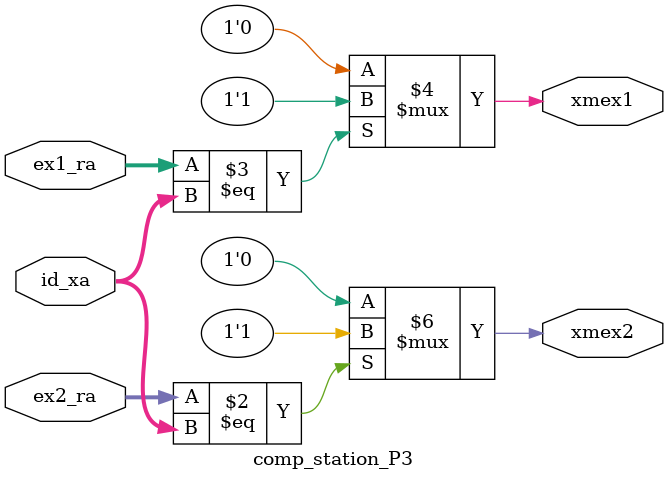
<source format=v>
 
`timescale 1 ns / 100 ps
module pc (en,clk,rstb,pco);
input en,clk,rstb;
output reg [7:0] pco;
always @ (posedge clk, negedge rstb)
if (rstb == 1'b0)
begin
    pco <= 0;
end 
else if (en)
begin
    pco <= pco + 1;
end
endmodule
//-------------------------
`timescale 1 ns / 100 ps
module ins_mem(a,d_out);
input [5:0]a;
output [31:0]d_out;
reg [31:0] memory [0:63];
assign d_out = memory[a];
endmodule
//-------------------------
`timescale 1 ns / 100 ps
module pipe_if_id_P1(rstb,clk,en,id_za,id_ya,id_xa,id_ra,run,instr_in,instr_out);
    input rstb,clk,en;
    input [31:0]instr_in;  output reg [31:0]instr_out;
    output reg [3:0] id_za,id_ya,id_xa,id_ra;
    output reg run;
    always @(posedge clk, negedge rstb)
	  begin
		if (rstb == 1'b0)
		  begin
			id_za<= 4'b0000;
			id_ya<= 4'b0000;
			id_xa<= 4'b0000;
			id_ra<= 4'b0000;
			run<= 0;
			instr_out <= 32'h00000000;
		  end
		else if (en)
		  begin
		   id_xa <= instr_in[3:0];
		   id_ya <= instr_in[7:4];
		   id_za <= instr_in[11:8];
		   id_ra <= instr_in[15:12] ;
		   run <= instr_in[31]; //  1 = ADD; 0 = NOP
		   instr_out <= instr_in;
		  end 
	  end
endmodule
//-------------------------
`timescale 1 ns / 100 ps
module pipe_if_id_P3(rstb,clk,en,id_xa,id_ra,add1,add4,sub3,mov,instr_in,instr_out);
    input rstb,clk,en;
    input [31:0]instr_in; output reg [31:0]instr_out;
    output reg [3:0] id_xa,id_ra;
    output reg add1,add4,sub3,mov;
    always @(posedge clk, negedge rstb)
    if (rstb == 1'b0)
    begin
        id_xa<= 4'b0000;
        id_ra<= 4'b0000;
        add1<= 0;add4<= 0;sub3<= 0;mov<= 0;
		instr_out <= 32'h00000000;
    end
    else if (en)
    begin
       id_xa <= instr_in[3:0];
       id_ra <= instr_in[7:4] ;
       add1 <= instr_in[28]; //  instr_in[28] = 1 => ADD1;
       add4 <= instr_in[29]; //  instr_in[29] = 1 => ADD4;
       sub3 <= instr_in[30]; //  instr_in[30] = 1 => SUB3;
	   mov  <= instr_in[31]; //  instr_in[31] = 1 => MOV;
	   instr_out <= {instr_in[31:28],20'h00000,instr_in[7:0]};
    end  
endmodule
//-------------------------
`timescale 1 ns / 100 ps
module register_file (r1a,r2a,r3a,wa,wd,reg_write,r1d,r2d,r3d,clk);
    input clk,reg_write;
	input [3:0]r1a,r2a,r3a,wa;
	input [15:0] wd;
    output[15:0] r1d,r2d,r3d;
    
    reg [15:0] reg_file [0:15] ;
    
	assign r1d = reg_file[r1a];
    assign r2d = reg_file[r2a];
    assign r3d = reg_file[r3a];
		
    always @(negedge clk)
    begin
        if (reg_write)
        begin
           reg_file[wa] <= wd;
        end
    end
// This register file writes in the middle of the clock
// (i.e. on the negative edges of the SYS_CLK) so that
// the internal forwarding becomes automatic.
endmodule
//-------------------------
`timescale 1 ns / 100 ps
module pipe_reg2(rstb,clk,en,
vec16_in1,vec16_in2,vec16_in3,vec16_out1,vec16_out2,vec16_out3,
vec4_in1,vec4_in2,vec4_out1,vec4_out2,
bit_in1,bit_in2,bit_in3,bit_in4,bit_in5,bit_in6,bit_out1,bit_out2,bit_out3,bit_out4,bit_out5,bit_out6,instr_in,instr_out);

input rstb,clk,en;
input [15:0] vec16_in1,vec16_in2,vec16_in3;
input [3:0] vec4_in1,vec4_in2;
input bit_in1,bit_in2,bit_in3,bit_in4,bit_in5,bit_in6;
output reg  [15:0] vec16_out1,vec16_out2,vec16_out3;
output reg [3:0] vec4_out1,vec4_out2;
output reg bit_out1,bit_out2,bit_out3,bit_out4,bit_out5,bit_out6;
input [31:0]instr_in; output reg [31:0]instr_out;

always @ (posedge clk, negedge rstb)
 begin
    if (rstb == 1'b0)
	  begin
		vec16_out1 <= 16'h0000;
		vec16_out2 <= 16'h0000;
		vec16_out3 <= 16'h0000;
		vec4_out1 <= 4'b0000; 
		vec4_out2 <= 4'b0000; 
		bit_out1 <= 1'b0;
		bit_out2 <= 1'b0;
		bit_out3 <= 1'b0;
		bit_out4 <= 1'b0;
		bit_out5 <= 1'b0;
		bit_out6 <= 1'b0;
		instr_out <= 32'h00000000;
      end
    else if (en)
	  begin
		vec16_out1 <= vec16_in1;
		vec16_out2 <= vec16_in2;
		vec16_out3 <= vec16_in3;
		vec4_out1 <= vec4_in1;
		vec4_out2 <= vec4_in2;
		bit_out1 <= bit_in1;
		bit_out2 <= bit_in2;
		bit_out3 <= bit_in3;
		bit_out4 <= bit_in4;
		bit_out5 <= bit_in5;	
		bit_out6 <= bit_in6;
		instr_out <= instr_in;		
	  end
 end
endmodule
//-------------------------
`timescale 1 ns / 100 ps
module comp_station_P1(ex2_ra,ex1_ra,id_za,id_ya,id_xa,zmex2,ymex2,xmex2,zmex1,ymex1,xmex1);
input [3:0] ex2_ra,ex1_ra,id_za,id_ya,id_xa ;
output reg  zmex2,ymex2,xmex2,zmex1,ymex1,xmex1;

always @(ex2_ra,ex1_ra,id_za,id_ya,id_xa) 
	begin: combinational_block
		// default assignments
		zmex2 <= 1'b0;
		ymex2 <= 1'b0;
		xmex2 <= 1'b0;
		zmex1 <= 1'b0;
		ymex1 <= 1'b0;
		xmex1 <= 1'b0;
		// conditional over-riding of the default assignments
		if (ex2_ra == id_za)	zmex2 <= 1'b1;
		if (ex1_ra == id_za)	zmex1 <= 1'b1;
		if (ex2_ra == id_ya)	ymex2 <= 1'b1;
		if (ex1_ra == id_ya)	ymex1 <= 1'b1;
		if (ex2_ra == id_xa)	xmex2 <= 1'b1;
		if (ex1_ra == id_xa)	xmex1 <= 1'b1;
	end
endmodule
//-------------------------
`timescale 1 ns / 100 ps
module comp_station_P3(ex2_ra,ex1_ra,id_xa,xmex2,xmex1);
input [3:0] ex2_ra,ex1_ra,id_xa ;
output reg  xmex2,xmex1;

always @(ex2_ra,ex1_ra,id_xa) 
	begin: combinational_block
		// default assignments
		xmex2 <= 1'b0;
		xmex1 <= 1'b0;
		// conditional over-riding of the default assignments
		if (ex2_ra == id_xa)	xmex2 <= 1'b1;
		if (ex1_ra == id_xa)	xmex1 <= 1'b1;
	end
endmodule
//-------------------------



        
    
    
    
    







</source>
